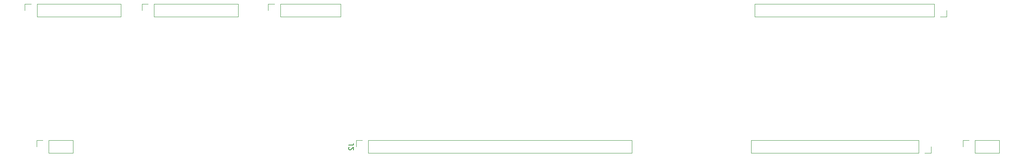
<source format=gbr>
%TF.GenerationSoftware,KiCad,Pcbnew,(6.0.0-0)*%
%TF.CreationDate,2022-02-16T17:51:06-05:00*%
%TF.ProjectId,cpu-input-output-control,6370752d-696e-4707-9574-2d6f75747075,rev?*%
%TF.SameCoordinates,Original*%
%TF.FileFunction,Legend,Bot*%
%TF.FilePolarity,Positive*%
%FSLAX46Y46*%
G04 Gerber Fmt 4.6, Leading zero omitted, Abs format (unit mm)*
G04 Created by KiCad (PCBNEW (6.0.0-0)) date 2022-02-16 17:51:06*
%MOMM*%
%LPD*%
G01*
G04 APERTURE LIST*
%ADD10C,0.150000*%
%ADD11C,0.120000*%
G04 APERTURE END LIST*
D10*
%TO.C,J2*%
X113459380Y-96694666D02*
X114173666Y-96694666D01*
X114316523Y-96647047D01*
X114411761Y-96551809D01*
X114459380Y-96408952D01*
X114459380Y-96313714D01*
X113554619Y-97123238D02*
X113507000Y-97170857D01*
X113459380Y-97266095D01*
X113459380Y-97504190D01*
X113507000Y-97599428D01*
X113554619Y-97647047D01*
X113649857Y-97694666D01*
X113745095Y-97694666D01*
X113887952Y-97647047D01*
X114459380Y-97075619D01*
X114459380Y-97694666D01*
D11*
%TO.C,J16*%
X47259000Y-66742000D02*
X47259000Y-69402000D01*
X47259000Y-66742000D02*
X65099000Y-66742000D01*
X47259000Y-69402000D02*
X65099000Y-69402000D01*
X44659000Y-66742000D02*
X44659000Y-68072000D01*
X65099000Y-66742000D02*
X65099000Y-69402000D01*
X45989000Y-66742000D02*
X44659000Y-66742000D01*
%TO.C,J8*%
X246380000Y-95698000D02*
X251520000Y-95698000D01*
X243780000Y-95698000D02*
X243780000Y-97028000D01*
X246380000Y-98358000D02*
X251520000Y-98358000D01*
X246380000Y-95698000D02*
X246380000Y-98358000D01*
X245110000Y-95698000D02*
X243780000Y-95698000D01*
X251520000Y-95698000D02*
X251520000Y-98358000D01*
%TO.C,J5*%
X235702000Y-98358000D02*
X237032000Y-98358000D01*
X198812000Y-98358000D02*
X198812000Y-95698000D01*
X234432000Y-95698000D02*
X198812000Y-95698000D01*
X234432000Y-98358000D02*
X234432000Y-95698000D01*
X237032000Y-98358000D02*
X237032000Y-97028000D01*
X234432000Y-98358000D02*
X198812000Y-98358000D01*
%TO.C,J11*%
X72136000Y-66742000D02*
X72136000Y-69402000D01*
X89976000Y-66742000D02*
X89976000Y-69402000D01*
X72136000Y-66742000D02*
X89976000Y-66742000D01*
X70866000Y-66742000D02*
X69536000Y-66742000D01*
X72136000Y-69402000D02*
X89976000Y-69402000D01*
X69536000Y-66742000D02*
X69536000Y-68072000D01*
%TO.C,J2*%
X117607000Y-95698000D02*
X117607000Y-98358000D01*
X117607000Y-95698000D02*
X173547000Y-95698000D01*
X173547000Y-95698000D02*
X173547000Y-98358000D01*
X116337000Y-95698000D02*
X115007000Y-95698000D01*
X117607000Y-98358000D02*
X173547000Y-98358000D01*
X115007000Y-95698000D02*
X115007000Y-97028000D01*
%TO.C,J6*%
X240344000Y-69390000D02*
X240344000Y-68060000D01*
X237744000Y-66730000D02*
X199584000Y-66730000D01*
X199584000Y-69390000D02*
X199584000Y-66730000D01*
X237744000Y-69390000D02*
X237744000Y-66730000D01*
X237744000Y-69390000D02*
X199584000Y-69390000D01*
X239014000Y-69390000D02*
X240344000Y-69390000D01*
%TO.C,J1*%
X98930000Y-66720000D02*
X111690000Y-66720000D01*
X98930000Y-66720000D02*
X98930000Y-69380000D01*
X111690000Y-66720000D02*
X111690000Y-69380000D01*
X96330000Y-66720000D02*
X96330000Y-68050000D01*
X97660000Y-66720000D02*
X96330000Y-66720000D01*
X98930000Y-69380000D02*
X111690000Y-69380000D01*
%TO.C,J7*%
X49784000Y-95698000D02*
X54924000Y-95698000D01*
X49784000Y-95698000D02*
X49784000Y-98358000D01*
X47184000Y-95698000D02*
X47184000Y-97028000D01*
X48514000Y-95698000D02*
X47184000Y-95698000D01*
X54924000Y-95698000D02*
X54924000Y-98358000D01*
X49784000Y-98358000D02*
X54924000Y-98358000D01*
%TD*%
M02*

</source>
